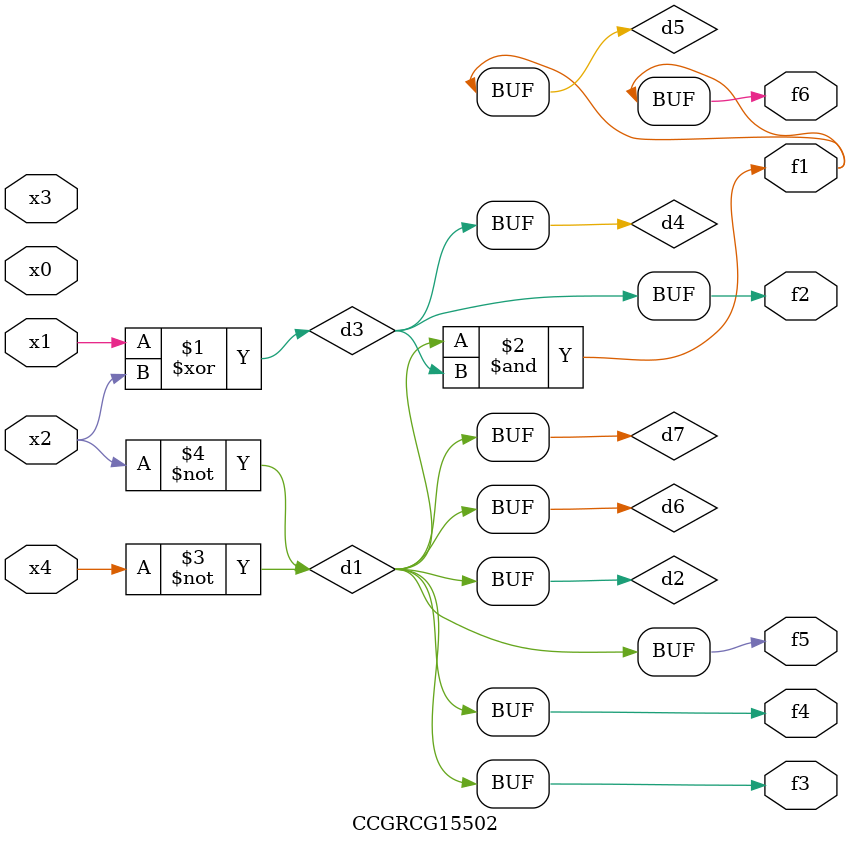
<source format=v>
module CCGRCG15502(
	input x0, x1, x2, x3, x4,
	output f1, f2, f3, f4, f5, f6
);

	wire d1, d2, d3, d4, d5, d6, d7;

	not (d1, x4);
	not (d2, x2);
	xor (d3, x1, x2);
	buf (d4, d3);
	and (d5, d1, d3);
	buf (d6, d1, d2);
	buf (d7, d2);
	assign f1 = d5;
	assign f2 = d4;
	assign f3 = d7;
	assign f4 = d7;
	assign f5 = d7;
	assign f6 = d5;
endmodule

</source>
